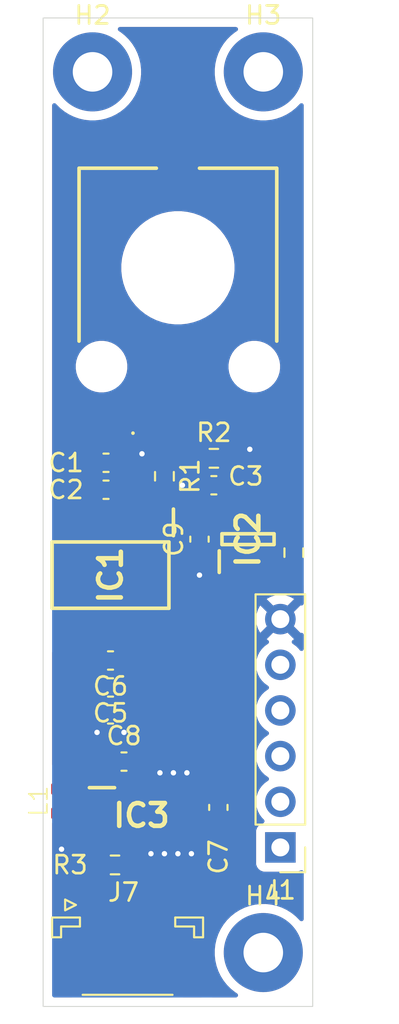
<source format=kicad_pcb>
(kicad_pcb (version 20241229) (generator "pcbnew") (generator_version "9.0")
  (layers (0 "F.Cu" signal) (2 "B.Cu" signal) (13 "F.Paste" user) (15 "B.Paste" user) (5 "F.SilkS" user "F.Silkscreen") (7 "B.SilkS" user "B.Silkscreen") (1 "F.Mask" user) (3 "B.Mask" user) (25 "Edge.Cuts" user))
  (net 0 "")
  (net 1 "GND")
  (net 2 "+3.3V")
  (net 3 "/POT_SEN")
  (net 4 "+5V")
  (net 5 "Net-(H1-WIPER_)")
  (net 8 "/TMP_MISO")
  (net 9 "/TMP_CS")
  (net 10 "/USART2_TX")
  (net 13 "/TMP_SCLK")
  (net 14 "/SWCLK")
  (net 15 "Net-(IC1-PB8-BOOT0)")
  (net 16 "/TMP_MOSI")
  (net 18 "/NRST")
  (net 19 "/SWDIO")
  (net 21 "/I2C_SCL")
  (net 22 "/I2C_SDA")
  (net 24 "Net-(IC3-VSET)")
  (net 26 "Net-(IC3-SW)")
  (footprint "Capacitor_SMD:C_0603_1608Metric" (layer "F.Cu") (at 28.7 44 90)
    (property "Reference" "C9" (at 0 -1.43 90) (layer "F.SilkS"))
    (property "Value" "100nF")
    (fp_line (start -0.14058 -0.51) (end 0.14058 -0.51) (stroke (width 0.12)) (layer "F.SilkS"))
    (fp_line (start -0.14058 0.51) (end 0.14058 0.51) (stroke (width 0.12)) (layer "F.SilkS"))
    (pad "1" smd roundrect (at -0.775 0 90) (size 0.9 0.95) (layers "F.Cu" "F.Mask" "F.Paste") (net 1 "GND"))
    (pad "2" smd roundrect (at 0.775 0 90) (size 0.9 0.95) (layers "F.Cu" "F.Mask" "F.Paste") (net 2 "+3.3V"))
  )
  (footprint "MountingHole:MountingHole_2.2mm_M2_Pad" (layer "F.Cu") (at 22.75 18)
    (property "Reference" "H2" (at 0 -3.15 0) (layer "F.SilkS"))
    (property "Value" "MountingHole")
    (pad "1" thru_hole circle (at 0 0) (size 4.4 4.4) (drill 2.2) (layers "*.Cu" "*.Mask"))
  )
  (footprint "Resistor_SMD:R_0603_1608Metric" (layer "F.Cu") (at 24 62.125)
    (property "Reference" "R3" (at -2.5 0 0) (layer "F.SilkS"))
    (property "Value" "52.3k")
    (fp_line (start -0.237258 -0.5225) (end 0.237258 -0.5225) (stroke (width 0.12)) (layer "F.SilkS"))
    (fp_line (start -0.237258 0.5225) (end 0.237258 0.5225) (stroke (width 0.12)) (layer "F.SilkS"))
    (pad "1" smd roundrect (at -0.825 0) (size 0.8 0.95) (layers "F.Cu" "F.Mask" "F.Paste") (net 24 "Net-(IC3-VSET)"))
    (pad "2" smd roundrect (at 0.825 0) (size 0.8 0.95) (layers "F.Cu" "F.Mask" "F.Paste") (net 1 "GND"))
  )
  (footprint "TMP127EDBVRQ1:SOT95P280X145-6N" (layer "F.Cu") (at 31.4 44 90)
    (property "Reference" "IC2" (at 0 0 90) (layer "F.SilkS") (effects (font (size 1.27 1.27) (thickness 0.254))))
    (property "Value" "TMP127EDBVRQ1" (hide yes))
    (fp_line (start -1.85 -1.6) (end -0.65 -1.6) (stroke (width 0.2)) (layer "F.SilkS"))
    (fp_line (start 0.3 -1.45) (end 0.3 1.45) (stroke (width 0.2)) (layer "F.SilkS"))
    (fp_line (start -0.3 -1.45) (end 0.3 -1.45) (stroke (width 0.2)) (layer "F.SilkS"))
    (fp_line (start 0.3 1.45) (end -0.3 1.45) (stroke (width 0.2)) (layer "F.SilkS"))
    (fp_line (start -0.3 1.45) (end -0.3 -1.45) (stroke (width 0.2)) (layer "F.SilkS"))
    (pad "1" smd rect (at -1.25 -0.95 180) (size 0.6 1.2) (layers "F.Cu" "F.Mask" "F.Paste") (net 9 "/TMP_CS"))
    (pad "2" smd rect (at -1.25 0 180) (size 0.6 1.2) (layers "F.Cu" "F.Mask" "F.Paste") (net 1 "GND"))
    (pad "3" smd rect (at -1.25 0.95 180) (size 0.6 1.2) (layers "F.Cu" "F.Mask" "F.Paste") (net 8 "/TMP_MISO"))
    (pad "4" smd rect (at 1.25 0.95 180) (size 0.6 1.2) (layers "F.Cu" "F.Mask" "F.Paste") (net 13 "/TMP_SCLK"))
    (pad "5" smd rect (at 1.25 0 180) (size 0.6 1.2) (layers "F.Cu" "F.Mask" "F.Paste"))
    (pad "6" smd rect (at 1.25 -0.95 180) (size 0.6 1.2) (layers "F.Cu" "F.Mask" "F.Paste") (net 2 "+3.3V"))
  )
  (footprint "JST_GH_SM:JST_GH_SM04B-GHS-TB_04x1.25mm_Angled" (layer "F.Cu") (at 24.7 66.5)
    (property "Reference" "J7" (at -0.225 -2.85 0) (layer "F.SilkS"))
    (property "Value" "SM04B-GHS-TBT" (hide yes))
    (fp_line (start -4.2 -1.45) (end -2.65 -1.45) (stroke (width 0.12)) (layer "F.SilkS"))
    (fp_line (start -4.2 -0.35) (end -4.2 -1.45) (stroke (width 0.12)) (layer "F.SilkS"))
    (fp_line (start -3.7 -0.95) (end -3.7 -0.35) (stroke (width 0.12)) (layer "F.SilkS"))
    (fp_line (start -3.7 -0.35) (end -4.2 -0.35) (stroke (width 0.12)) (layer "F.SilkS"))
    (fp_line (start -3.475 -2.45) (end -3.475 -1.85) (stroke (width 0.12)) (layer "F.SilkS"))
    (fp_line (start -3.475 -1.85) (end -2.875 -2.15) (stroke (width 0.12)) (layer "F.SilkS"))
    (fp_line (start -2.875 -2.15) (end -3.475 -2.45) (stroke (width 0.12)) (layer "F.SilkS"))
    (fp_line (start -2.65 -1.45) (end -2.65 -0.95) (stroke (width 0.12)) (layer "F.SilkS"))
    (fp_line (start -2.65 -0.95) (end -3.7 -0.95) (stroke (width 0.12)) (layer "F.SilkS"))
    (fp_line (start -2.5 2.85) (end 2.5 2.85) (stroke (width 0.12)) (layer "F.SilkS"))
    (fp_line (start 2.65 -1.45) (end 2.65 -0.95) (stroke (width 0.12)) (layer "F.SilkS"))
    (fp_line (start 2.65 -0.95) (end 3.7 -0.95) (stroke (width 0.12)) (layer "F.SilkS"))
    (fp_line (start 3.7 -0.95) (end 3.7 -0.35) (stroke (width 0.12)) (layer "F.SilkS"))
    (fp_line (start 3.7 -0.35) (end 4.2 -0.35) (stroke (width 0.12)) (layer "F.SilkS"))
    (fp_line (start 4.2 -1.45) (end 2.65 -1.45) (stroke (width 0.12)) (layer "F.SilkS"))
    (fp_line (start 4.2 -0.35) (end 4.2 -1.45) (stroke (width 0.12)) (layer "F.SilkS"))
    (pad "" smd rect (at -3.6 1.6) (size 1 2.8) (layers "F.Cu" "F.Mask" "F.Paste"))
    (pad "" smd rect (at 3.6 1.6) (size 1 2.8) (layers "F.Cu" "F.Mask" "F.Paste"))
    (pad "1" smd rect (at -1.875 -1.6) (size 0.6 1.8) (layers "F.Cu" "F.Mask" "F.Paste") (net 4 "+5V"))
    (pad "2" smd rect (at -0.625 -1.6) (size 0.6 1.8) (layers "F.Cu" "F.Mask" "F.Paste") (net 21 "/I2C_SCL"))
    (pad "3" smd rect (at 0.625 -1.6) (size 0.6 1.8) (layers "F.Cu" "F.Mask" "F.Paste") (net 22 "/I2C_SDA"))
    (pad "4" smd rect (at 1.875 -1.6) (size 0.6 1.8) (layers "F.Cu" "F.Mask" "F.Paste") (net 1 "GND"))
  )
  (footprint "VLS201610ET-2R2M:VLS201610ET-2R2M" (layer "F.Cu") (at 21.25 58.575 90)
    (property "Reference" "L1" (at 0 -1.5 90) (layer "F.SilkS") (effects (font (thickness 0.1))))
    (property "Value" "2.2uH")
    (pad "1" smd roundrect (at -0.675 0 90) (size 0.65 1.6) (layers "F.Cu" "F.Mask" "F.Paste") (roundrect_rratio 0.15) (net 26 "Net-(IC3-SW)"))
    (pad "2" smd roundrect (at 0.675 0 90) (size 0.65 1.6) (layers "F.Cu" "F.Mask" "F.Paste") (roundrect_rratio 0.15) (net 2 "+3.3V"))
  )
  (footprint "STM32F042F6P6:STM32F042F6P6" (layer "F.Cu") (at 23.75 46 -90)
    (property "Reference" "IC1" (at 0 0 90) (layer "F.SilkS") (effects (font (size 1.27 1.27) (thickness 0.254))))
    (property "Value" "STM32F042F6P6" (hide yes))
    (fp_line (start -1.845 3.25) (end -1.845 -3.25) (stroke (width 0.2)) (layer "F.SilkS"))
    (fp_line (start 1.845 3.25) (end -1.845 3.25) (stroke (width 0.2)) (layer "F.SilkS"))
    (fp_line (start -1.845 -3.25) (end 1.845 -3.25) (stroke (width 0.2)) (layer "F.SilkS"))
    (fp_line (start 1.845 -3.25) (end 1.845 3.25) (stroke (width 0.2)) (layer "F.SilkS"))
    (fp_line (start -3.675 -3.5) (end -2.195 -3.5) (stroke (width 0.2)) (layer "F.SilkS"))
    (pad "1" smd rect (at -2.935 -2.925) (size 0.45 1.48) (layers "F.Cu" "F.Mask" "F.Paste") (net 15 "Net-(IC1-PB8-BOOT0)"))
    (pad "2" smd rect (at -2.935 -2.275) (size 0.45 1.48) (layers "F.Cu" "F.Mask" "F.Paste"))
    (pad "3" smd rect (at -2.935 -1.625) (size 0.45 1.48) (layers "F.Cu" "F.Mask" "F.Paste"))
    (pad "4" smd rect (at -2.935 -0.975) (size 0.45 1.48) (layers "F.Cu" "F.Mask" "F.Paste") (net 18 "/NRST"))
    (pad "5" smd rect (at -2.935 -0.325) (size 0.45 1.48) (layers "F.Cu" "F.Mask" "F.Paste") (net 2 "+3.3V"))
    (pad "6" smd rect (at -2.935 0.325) (size 0.45 1.48) (layers "F.Cu" "F.Mask" "F.Paste"))
    (pad "7" smd rect (at -2.935 0.975) (size 0.45 1.48) (layers "F.Cu" "F.Mask" "F.Paste"))
    (pad "8" smd rect (at -2.935 1.625) (size 0.45 1.48) (layers "F.Cu" "F.Mask" "F.Paste") (net 10 "/USART2_TX"))
    (pad "9" smd rect (at -2.935 2.275) (size 0.45 1.48) (layers "F.Cu" "F.Mask" "F.Paste"))
    (pad "10" smd rect (at -2.935 2.925) (size 0.45 1.48) (layers "F.Cu" "F.Mask" "F.Paste") (net 9 "/TMP_CS"))
    (pad "11" smd rect (at 2.935 2.925) (size 0.45 1.48) (layers "F.Cu" "F.Mask" "F.Paste") (net 13 "/TMP_SCLK"))
    (pad "12" smd rect (at 2.935 2.275) (size 0.45 1.48) (layers "F.Cu" "F.Mask" "F.Paste") (net 8 "/TMP_MISO"))
    (pad "13" smd rect (at 2.935 1.625) (size 0.45 1.48) (layers "F.Cu" "F.Mask" "F.Paste") (net 16 "/TMP_MOSI"))
    (pad "14" smd rect (at 2.935 0.975) (size 0.45 1.48) (layers "F.Cu" "F.Mask" "F.Paste") (net 3 "/POT_SEN"))
    (pad "15" smd rect (at 2.935 0.325) (size 0.45 1.48) (layers "F.Cu" "F.Mask" "F.Paste") (net 1 "GND"))
    (pad "16" smd rect (at 2.935 -0.325) (size 0.45 1.48) (layers "F.Cu" "F.Mask" "F.Paste") (net 2 "+3.3V"))
    (pad "17" smd rect (at 2.935 -0.975) (size 0.45 1.48) (layers "F.Cu" "F.Mask" "F.Paste") (net 21 "/I2C_SCL"))
    (pad "18" smd rect (at 2.935 -1.625) (size 0.45 1.48) (layers "F.Cu" "F.Mask" "F.Paste") (net 22 "/I2C_SDA"))
    (pad "19" smd rect (at 2.935 -2.275) (size 0.45 1.48) (layers "F.Cu" "F.Mask" "F.Paste") (net 19 "/SWDIO"))
    (pad "20" smd rect (at 2.935 -2.925) (size 0.45 1.48) (layers "F.Cu" "F.Mask" "F.Paste") (net 14 "/SWCLK"))
  )
  (footprint "Capacitor_SMD:C_0603_1608Metric" (layer "F.Cu") (at 23.75 53.75 180)
    (property "Reference" "C4" (hide yes))
    (property "Value" "100nF")
    (fp_line (start -0.14058 0.51) (end 0.14058 0.51) (stroke (width 0.12)) (layer "F.SilkS"))
    (fp_line (start -0.14058 -0.51) (end 0.14058 -0.51) (stroke (width 0.12)) (layer "F.SilkS"))
    (pad "1" smd roundrect (at -0.775 0 180) (size 0.9 0.95) (layers "F.Cu" "F.Mask" "F.Paste") (net 2 "+3.3V"))
    (pad "2" smd roundrect (at 0.775 0 180) (size 0.9 0.95) (layers "F.Cu" "F.Mask" "F.Paste") (net 1 "GND"))
  )
  (footprint "Capacitor_SMD:C_0603_1608Metric" (layer "F.Cu") (at 23.75 52.25 180)
    (property "Reference" "C5" (at 0 -1.43 0) (layer "F.SilkS"))
    (property "Value" "100nF")
    (fp_line (start -0.14058 0.51) (end 0.14058 0.51) (stroke (width 0.12)) (layer "F.SilkS"))
    (fp_line (start -0.14058 -0.51) (end 0.14058 -0.51) (stroke (width 0.12)) (layer "F.SilkS"))
    (pad "1" smd roundrect (at -0.775 0 180) (size 0.9 0.95) (layers "F.Cu" "F.Mask" "F.Paste") (net 2 "+3.3V"))
    (pad "2" smd roundrect (at 0.775 0 180) (size 0.9 0.95) (layers "F.Cu" "F.Mask" "F.Paste") (net 1 "GND"))
  )
  (footprint "Capacitor_SMD:C_0603_1608Metric" (layer "F.Cu") (at 23.75 50.75 180)
    (property "Reference" "C6" (at 0 -1.43 0) (layer "F.SilkS"))
    (property "Value" "4.7uF")
    (fp_line (start -0.14058 0.51) (end 0.14058 0.51) (stroke (width 0.12)) (layer "F.SilkS"))
    (fp_line (start -0.14058 -0.51) (end 0.14058 -0.51) (stroke (width 0.12)) (layer "F.SilkS"))
    (pad "1" smd roundrect (at -0.775 0 180) (size 0.9 0.95) (layers "F.Cu" "F.Mask" "F.Paste") (net 2 "+3.3V"))
    (pad "2" smd roundrect (at 0.775 0 180) (size 0.9 0.95) (layers "F.Cu" "F.Mask" "F.Paste") (net 1 "GND"))
  )
  (footprint "Resistor_SMD:R_0603_1608Metric" (layer "F.Cu") (at 29.5 39.5)
    (property "Reference" "R2" (at 0 -1.43 0) (layer "F.SilkS"))
    (property "Value" "10k")
    (fp_line (start -0.237258 -0.5225) (end 0.237258 -0.5225) (stroke (width 0.12)) (layer "F.SilkS"))
    (fp_line (start -0.237258 0.5225) (end 0.237258 0.5225) (stroke (width 0.12)) (layer "F.SilkS"))
    (pad "1" smd roundrect (at -0.825 0) (size 0.8 0.95) (layers "F.Cu" "F.Mask" "F.Paste") (net 5 "Net-(H1-WIPER_)"))
    (pad "2" smd roundrect (at 0.825 0) (size 0.8 0.95) (layers "F.Cu" "F.Mask" "F.Paste") (net 3 "/POT_SEN"))
  )
  (footprint "Capacitor_SMD:C_0603_1608Metric" (layer "F.Cu") (at 29.5 41 180)
    (property "Reference" "C3" (at -1.775 0.5 0) (layer "F.SilkS"))
    (property "Value" "10nF")
    (fp_line (start -0.14058 0.51) (end 0.14058 0.51) (stroke (width 0.12)) (layer "F.SilkS"))
    (fp_line (start -0.14058 -0.51) (end 0.14058 -0.51) (stroke (width 0.12)) (layer "F.SilkS"))
    (pad "1" smd roundrect (at -0.775 0 180) (size 0.9 0.95) (layers "F.Cu" "F.Mask" "F.Paste") (net 3 "/POT_SEN"))
    (pad "2" smd roundrect (at 0.775 0 180) (size 0.9 0.95) (layers "F.Cu" "F.Mask" "F.Paste") (net 1 "GND"))
  )
  (footprint "Capacitor_SMD:C_0603_1608Metric" (layer "F.Cu") (at 24.5 56.375)
    (property "Reference" "C8" (at 0 -1.43 0) (layer "F.SilkS"))
    (property "Value" "10uF")
    (fp_line (start -0.14058 -0.51) (end 0.14058 -0.51) (stroke (width 0.12)) (layer "F.SilkS"))
    (fp_line (start -0.14058 0.51) (end 0.14058 0.51) (stroke (width 0.12)) (layer "F.SilkS"))
    (pad "1" smd roundrect (at -0.775 0) (size 0.9 0.95) (layers "F.Cu" "F.Mask" "F.Paste") (net 2 "+3.3V"))
    (pad "2" smd roundrect (at 0.775 0) (size 0.9 0.95) (layers "F.Cu" "F.Mask" "F.Paste") (net 1 "GND"))
  )
  (footprint "Connector_PinHeader_2.54mm:PinHeader_1x06_P2.54mm_Vertical" (layer "F.Cu") (at 33.2 61.15 180)
    (property "Reference" "J1" (at 0 -2.38 0) (layer "F.SilkS"))
    (property "Value" "SM06B-GHS-TBT")
    (fp_line (start 1.38 1.27) (end 1.38 14.08) (stroke (width 0.12)) (layer "F.SilkS"))
    (fp_line (start -1.38 14.08) (end 1.38 14.08) (stroke (width 0.12)) (layer "F.SilkS"))
    (fp_line (start -1.38 1.27) (end 1.38 1.27) (stroke (width 0.12)) (layer "F.SilkS"))
    (fp_line (start -1.38 1.27) (end -1.38 14.08) (stroke (width 0.12)) (layer "F.SilkS"))
    (fp_line (start -1.38 0) (end -1.38 -1.38) (stroke (width 0.12)) (layer "F.SilkS"))
    (fp_line (start -1.38 -1.38) (end 0 -1.38) (stroke (width 0.12)) (layer "F.SilkS"))
    (pad "1" thru_hole rect (at 0 0 180) (size 1.7 1.7) (drill 1) (layers "*.Cu" "*.Mask") (net 2 "+3.3V"))
    (pad "2" thru_hole circle (at 0 2.54 180) (size 1.7 1.7) (drill 1) (layers "*.Cu" "*.Mask") (net 19 "/SWDIO"))
    (pad "3" thru_hole circle (at 0 5.08 180) (size 1.7 1.7) (drill 1) (layers "*.Cu" "*.Mask") (net 14 "/SWCLK"))
    (pad "4" thru_hole circle (at 0 7.62 180) (size 1.7 1.7) (drill 1) (layers "*.Cu" "*.Mask") (net 18 "/NRST"))
    (pad "5" thru_hole circle (at 0 10.16 180) (size 1.7 1.7) (drill 1) (layers "*.Cu" "*.Mask") (net 10 "/USART2_TX"))
    (pad "6" thru_hole circle (at 0 12.7 180) (size 1.7 1.7) (drill 1) (layers "*.Cu" "*.Mask") (net 1 "GND"))
  )
  (footprint "Resistor_SMD:R_0603_1608Metric" (layer "F.Cu") (at 26.75 40.5 -90)
    (property "Reference" "R1" (at 0 -1.43 90) (layer "F.SilkS"))
    (property "Value" "10k")
    (fp_line (start -0.237258 0.5225) (end 0.237258 0.5225) (stroke (width 0.12)) (layer "F.SilkS"))
    (fp_line (start -0.237258 -0.5225) (end 0.237258 -0.5225) (stroke (width 0.12)) (layer "F.SilkS"))
    (pad "1" smd roundrect (at -0.825 0 270) (size 0.8 0.95) (layers "F.Cu" "F.Mask" "F.Paste") (net 1 "GND"))
    (pad "2" smd roundrect (at 0.825 0 270) (size 0.8 0.95) (layers "F.Cu" "F.Mask" "F.Paste") (net 15 "Net-(IC1-PB8-BOOT0)"))
  )
  (footprint "MountingHole:MountingHole_2.2mm_M2_Pad" (layer "F.Cu") (at 32.25 18)
    (property "Reference" "H3" (at 0 -3.15 0) (layer "F.SilkS"))
    (property "Value" "MountingHole")
    (pad "1" thru_hole circle (at 0 0) (size 4.4 4.4) (drill 2.2) (layers "*.Cu" "*.Mask"))
  )
  (footprint "TPS62842DGRR:TPS62842DGRR" (layer "F.Cu") (at 25.475 59.375)
    (property "Reference" "IC3" (at 0 0 0) (layer "F.SilkS") (effects (font (size 1.27 1.27) (thickness 0.254))))
    (property "Value" "TPS62842DGRR" (hide yes))
    (fp_line (start -2.9 -1.55) (end -1.5 -1.55) (stroke (width 0.2)) (layer "F.SilkS"))
    (pad "1" smd rect (at -2.2 -0.975 90) (size 0.45 1.4) (layers "F.Cu" "F.Mask" "F.Paste") (net 2 "+3.3V"))
    (pad "2" smd rect (at -2.2 -0.325 90) (size 0.45 1.4) (layers "F.Cu" "F.Mask" "F.Paste") (net 26 "Net-(IC3-SW)"))
    (pad "3" smd rect (at -2.2 0.325 90) (size 0.45 1.4) (layers "F.Cu" "F.Mask" "F.Paste") (net 1 "GND"))
    (pad "4" smd rect (at -2.2 0.975 90) (size 0.45 1.4) (layers "F.Cu" "F.Mask" "F.Paste") (net 24 "Net-(IC3-VSET)"))
    (pad "5" smd rect (at 2.2 0.975 90) (size 0.45 1.4) (layers "F.Cu" "F.Mask" "F.Paste") (net 4 "+5V"))
    (pad "6" smd rect (at 2.2 0.325 90) (size 0.45 1.4) (layers "F.Cu" "F.Mask" "F.Paste") (net 4 "+5V") (clearance 0.2))
    (pad "7" smd rect (at 2.2 -0.325 90) (size 0.45 1.4) (layers "F.Cu" "F.Mask" "F.Paste"))
    (pad "8" smd rect (at 2.2 -0.975 90) (size 0.45 1.4) (layers "F.Cu" "F.Mask" "F.Paste") (net 1 "GND"))
    (pad "9" smd rect (at 0 0) (size 1.45 1.75) (layers "F.Cu" "F.Mask" "F.Paste") (net 1 "GND"))
  )
  (footprint "Resistor_SMD:R_0603_1608Metric" (layer "F.Cu") (at 33.95 44.75 90)
    (property "Reference" "R4" (hide yes))
    (property "Value" "10k")
    (fp_line (start -0.237258 -0.5225) (end 0.237258 -0.5225) (stroke (width 0.12)) (layer "F.SilkS"))
    (fp_line (start -0.237258 0.5225) (end 0.237258 0.5225) (stroke (width 0.12)) (layer "F.SilkS"))
    (pad "1" smd roundrect (at -0.825 0 90) (size 0.8 0.95) (layers "F.Cu" "F.Mask" "F.Paste") (net 16 "/TMP_MOSI"))
    (pad "2" smd roundrect (at 0.825 0 90) (size 0.8 0.95) (layers "F.Cu" "F.Mask" "F.Paste") (net 8 "/TMP_MISO"))
  )
  (footprint "Capacitor_SMD:C_0603_1608Metric" (layer "F.Cu") (at 23.5 39.75 180)
    (property "Reference" "C1" (at 2.225 0 0) (layer "F.SilkS"))
    (property "Value" "10nF")
    (fp_line (start -0.14058 0.51) (end 0.14058 0.51) (stroke (width 0.12)) (layer "F.SilkS"))
    (fp_line (start -0.14058 -0.51) (end 0.14058 -0.51) (stroke (width 0.12)) (layer "F.SilkS"))
    (pad "1" smd roundrect (at -0.775 0 180) (size 0.9 0.95) (layers "F.Cu" "F.Mask" "F.Paste") (net 2 "+3.3V"))
    (pad "2" smd roundrect (at 0.775 0 180) (size 0.9 0.95) (layers "F.Cu" "F.Mask" "F.Paste") (net 1 "GND"))
  )
  (footprint "MountingHole:MountingHole_2.2mm_M2_Pad" (layer "F.Cu") (at 32.25 67)
    (property "Reference" "H4" (at 0 -3.15 0) (layer "F.SilkS"))
    (property "Value" "MountingHole")
    (pad "1" thru_hole circle (at 0 0) (size 4.4 4.4) (drill 2.2) (layers "*.Cu" "*.Mask"))
  )
  (footprint "3382G1103G:3382G1103G" (layer "F.Cu") (at 27.5 29.38)
    (property "Reference" "H1" (at 0 0.27 0) (layer "F.SilkS") (effects (font (size 1.27 1.27) (thickness 0.254))))
    (property "Value" "3382G-1-103G" (hide yes))
    (fp_line (start -5.5 -6.02) (end -5.5 3.6) (stroke (width 0.2)) (layer "F.SilkS"))
    (fp_line (start -2.5 8.67) (end -2.5 8.67) (stroke (width 0.1)) (layer "F.SilkS"))
    (fp_line (start -2.5 8.77) (end -2.5 8.77) (stroke (width 0.1)) (layer "F.SilkS"))
    (fp_line (start -1.2 -6.02) (end -5.5 -6.02) (stroke (width 0.2)) (layer "F.SilkS"))
    (fp_line (start 5.5 -6.02) (end 1.2 -6.02) (stroke (width 0.2)) (layer "F.SilkS"))
    (fp_line (start 5.5 3.6) (end 5.5 -6.02) (stroke (width 0.2)) (layer "F.SilkS"))
    (fp_arc (start -2.5 8.67) (mid -2.45 8.72) (end -2.5 8.77) (stroke (width 0.1)) (layer "F.SilkS"))
    (fp_arc (start -2.5 8.77) (mid -2.55 8.72) (end -2.5 8.67) (stroke (width 0.1)) (layer "F.SilkS"))
    (pad "" np_thru_hole circle (at -4.25 5.02) (size 2.37 2.37) (drill 2.37) (layers "*.Cu" "*.Mask"))
    (pad "" np_thru_hole circle (at 0 -0.48) (size 5.8 5.8) (drill 5.8) (layers "*.Cu" "*.Mask"))
    (pad "" np_thru_hole circle (at 4.25 5.02) (size 2.37 2.37) (drill 2.37) (layers "*.Cu" "*.Mask"))
    (pad "1" smd rect (at -2.5 7.22) (size 1.8 2) (layers "F.Cu" "F.Mask" "F.Paste") (net 2 "+3.3V"))
    (pad "2" smd rect (at 0 7.22) (size 1.8 2) (layers "F.Cu" "F.Mask" "F.Paste") (net 5 "Net-(H1-WIPER_)"))
    (pad "3" smd rect (at 2.5 7.22) (size 1.8 2) (layers "F.Cu" "F.Mask" "F.Paste") (net 1 "GND"))
    (pad "A2" smd rect (at 0 -6.68) (size 1.8 2) (layers "F.Cu" "F.Mask" "F.Paste"))
  )
  (footprint "Capacitor_SMD:C_0603_1608Metric" (layer "F.Cu") (at 23.5 41.25 180)
    (property "Reference" "C2" (at 2.225 0 0) (layer "F.SilkS"))
    (property "Value" "1uF")
    (fp_line (start -0.14058 0.51) (end 0.14058 0.51) (stroke (width 0.12)) (layer "F.SilkS"))
    (fp_line (start -0.14058 -0.51) (end 0.14058 -0.51) (stroke (width 0.12)) (layer "F.SilkS"))
    (pad "1" smd roundrect (at -0.775 0 180) (size 0.9 0.95) (layers "F.Cu" "F.Mask" "F.Paste") (net 2 "+3.3V"))
    (pad "2" smd roundrect (at 0.775 0 180) (size 0.9 0.95) (layers "F.Cu" "F.Mask" "F.Paste") (net 1 "GND"))
  )
  (footprint "Capacitor_SMD:C_0603_1608Metric" (layer "F.Cu") (at 29.75 58.925 90)
    (property "Reference" "C7" (at -2.75 0 90) (layer "F.SilkS"))
    (property "Value" "4.7uF")
    (fp_line (start -0.14058 -0.51) (end 0.14058 -0.51) (stroke (width 0.12)) (layer "F.SilkS"))
    (fp_line (start -0.14058 0.51) (end 0.14058 0.51) (stroke (width 0.12)) (layer "F.SilkS"))
    (pad "1" smd roundrect (at -0.775 0 90) (size 0.9 0.95) (layers "F.Cu" "F.Mask" "F.Paste") (net 4 "+5V"))
    (pad "2" smd roundrect (at 0.775 0 90) (size 0.9 0.95) (layers "F.Cu" "F.Mask" "F.Paste") (net 1 "GND"))
  )
  (gr_rect (start 20 15) (end 35 70) (stroke (width 0.05)) (fill no) (layer "Edge.Cuts"))
  (segment (start 22.975 52.25) (end 22.975 53.75) (width 0.2) (layer "F.Cu") (net 1))
  (segment (start 23.275 59.7) (end 22.398 59.7) (width 0.2) (layer "F.Cu") (net 1))
  (segment (start 31.051 44.349) (end 29.126 44.349) (width 0.2) (layer "F.Cu") (net 1))
  (segment (start 22.398 59.7) (end 21.025 61.073) (width 0.2) (layer "F.Cu") (net 1))
  (segment (start 23.425 50.3) (end 23.425 48.935) (width 0.2) (layer "F.Cu") (net 1))
  (segment (start 25.375 62.125) (end 26 61.5) (width 0.2) (layer "F.Cu") (net 1))
  (segment (start 27.925 58.15) (end 27.675 58.4) (width 0.4) (layer "F.Cu") (net 1))
  (segment (start 28.7 44.775) (end 28.7 46) (width 0.2) (layer "F.Cu") (net 1))
  (segment (start 29.75 58.15) (end 27.925 58.15) (width 0.4) (layer "F.Cu") (net 1))
  (segment (start 25.275 56.375) (end 25.875 56.375) (width 0.2) (layer "F.Cu") (net 1))
  (segment (start 30 37.5) (end 31.5 39) (width 0.2) (layer "F.Cu") (net 1))
  (segment (start 25.875 56.375) (end 26.5 57) (width 0.2) (layer "F.Cu") (net 1))
  (segment (start 31.4 45.25) (end 31.4 44.698) (width 0.2) (layer "F.Cu") (net 1))
  (segment (start 24.825 56.825) (end 25.275 56.375) (width 0.2) (layer "F.Cu") (net 1))
  (segment (start 21.025 61.073) (end 21.025 61.25) (width 0.2) (layer "F.Cu") (net 1))
  (segment (start 29.126 44.349) (end 28.7 44.775) (width 0.2) (layer "F.Cu") (net 1))
  (segment (start 24.825 62.125) (end 25.375 62.125) (width 0.2) (layer "F.Cu") (net 1))
  (segment (start 31.4 44.698) (end 31.051 44.349) (width 0.2) (layer "F.Cu") (net 1))
  (segment (start 30 36.6) (end 30 37.5) (width 0.2) (layer "F.Cu") (net 1))
  (segment (start 23 53.775) (end 22.975 53.75) (width 0.2) (layer "F.Cu") (net 1))
  (segment (start 23 54.75) (end 23 53.775) (width 0.2) (layer "F.Cu") (net 1))
  (segment (start 25.475 60.225) (end 26.75 61.5) (width 0.2) (layer "F.Cu") (net 1))
  (segment (start 27.675 57.325) (end 28 57) (width 0.2) (layer "F.Cu") (net 1))
  (segment (start 22.975 50.75) (end 22.975 52.25) (width 0.2) (layer "F.Cu") (net 1))
  (segment (start 24.825 62.125) (end 24.825 56.825) (width 0.2) (layer "F.Cu") (net 1))
  (segment (start 22.975 50.75) (end 23.425 50.3) (width 0.2) (layer "F.Cu") (net 1))
  (segment (start 27.675 58.4) (end 27.675 57.325) (width 0.2) (layer "F.Cu") (net 1))
  (segment (start 25.475 59.375) (end 25.475 60.225) (width 0.2) (layer "F.Cu") (net 1))
  (segment (start 28.725 41) (end 27.75 41) (width 0.2) (layer "F.Cu") (net 1))
  (via (at 27.25 57) (size 0.4) (drill 0.3) (layers "F.Cu" "B.Cu") (net 1))
  (via (at 27.5 61.5) (size 0.4) (drill 0.3) (layers "F.Cu" "B.Cu") (net 1))
  (via (at 26.5 57) (size 0.4) (drill 0.3) (layers "F.Cu" "B.Cu") (net 1))
  (via (at 28.25 61.5) (size 0.4) (drill 0.3) (layers "F.Cu" "B.Cu") (net 1))
  (via (at 21.025 61.25) (size 0.4) (drill 0.3) (layers "F.Cu" "B.Cu") (net 1))
  (via (at 28 57) (size 0.4) (drill 0.3) (layers "F.Cu" "B.Cu") (net 1))
  (via (at 26 61.5) (size 0.4) (drill 0.3) (layers "F.Cu" "B.Cu") (net 1))
  (via (at 27.75 41) (size 0.4) (drill 0.3) (layers "F.Cu" "B.Cu") (net 1))
  (via (at 26.75 61.5) (size 0.4) (drill 0.3) (layers "F.Cu" "B.Cu") (net 1))
  (via (at 23 54.75) (size 0.4) (drill 0.3) (layers "F.Cu" "B.Cu") (net 1))
  (via (at 28.7 46) (size 0.4) (drill 0.3) (layers "F.Cu" "B.Cu") (net 1))
  (via (at 31.5 39) (size 0.4) (drill 0.3) (layers "F.Cu" "B.Cu") (net 1))
  (segment (start 25 36.6) (end 25 38.75) (width 0.2) (layer "F.Cu") (net 2))
  (segment (start 25 38.75) (end 25.5 39.25) (width 0.2) (layer "F.Cu") (net 2))
  (segment (start 24.075 50.3) (end 24.525 50.75) (width 0.2) (layer "F.Cu") (net 2))
  (segment (start 30.45 42.75) (end 29.175 42.75) (width 0.2) (layer "F.Cu") (net 2))
  (segment (start 24.525 50.75) (end 24.525 52.25) (width 0.2) (layer "F.Cu") (net 2))
  (segment (start 23.275 58.4) (end 21.75 58.4) (width 0.2) (layer "F.Cu") (net 2))
  (segment (start 24.5 53.775) (end 24.525 53.75) (width 0.2) (layer "F.Cu") (net 2))
  (segment (start 29.175 42.75) (end 28.7 43.225) (width 0.2) (layer "F.Cu") (net 2))
  (segment (start 24.075 48.935) (end 24.075 50.3) (width 0.2) (layer "F.Cu") (net 2))
  (segment (start 24.525 53.75) (end 24.525 52.25) (width 0.2) (layer "F.Cu") (net 2))
  (segment (start 24.5 54.75) (end 24.5 53.775) (width 0.2) (layer "F.Cu") (net 2))
  (segment (start 24.075 41.45) (end 24.275 41.25) (width 0.2) (layer "F.Cu") (net 2))
  (segment (start 21.75 58.4) (end 21.25 57.9) (width 0.2) (layer "F.Cu") (net 2))
  (segment (start 24.075 43.065) (end 24.075 41.45) (width 0.2) (layer "F.Cu") (net 2))
  (segment (start 23.725 56.375) (end 23.725 57.95) (width 0.2) (layer "F.Cu") (net 2))
  (segment (start 24.275 39.75) (end 24.275 41.25) (width 0.2) (layer "F.Cu") (net 2))
  (segment (start 23.725 57.95) (end 23.275 58.4) (width 0.2) (layer "F.Cu") (net 2))
  (via (at 24.5 54.75) (size 0.4) (drill 0.3) (layers "F.Cu" "B.Cu") (net 2))
  (via (at 25.5 39.25) (size 0.4) (drill 0.3) (layers "F.Cu" "B.Cu") (net 2))
  (segment (start 30.325 40.95) (end 30.275 41) (width 0.2) (layer "F.Cu") (net 3))
  (segment (start 30.325 39.5) (end 30.325 40.95) (width 0.2) (layer "F.Cu") (net 3))
  (segment (start 29.75 59.7) (end 29.574 59.876) (width 0.4) (layer "F.Cu") (net 4))
  (segment (start 29.574 59.876) (end 27.675 59.876) (width 0.4) (layer "F.Cu") (net 4))
  (segment (start 29.75 59.7) (end 29.1 60.35) (width 0.4) (layer "F.Cu") (net 4))
  (segment (start 29.1 60.35) (end 27.675 60.35) (width 0.4) (layer "F.Cu") (net 4))
  (segment (start 27.5 38.325) (end 28.675 39.5) (width 0.2) (layer "F.Cu") (net 5))
  (segment (start 27.5 36.6) (end 27.5 38.325) (width 0.2) (layer "F.Cu") (net 5))
  (segment (start 32.35 45.25) (end 32.914064 45.25) (width 0.2) (layer "F.Cu") (net 8))
  (segment (start 33.95 44.214064) (end 33.95 43.925) (width 0.2) (layer "F.Cu") (net 8))
  (segment (start 32.914064 45.25) (end 33.95 44.214064) (width 0.2) (layer "F.Cu") (net 8))
  (segment (start 23.275 60.35) (end 23.275 62.025) (width 0.2) (layer "F.Cu") (net 24))
  (segment (start 23.275 59.05) (end 21.45 59.05) (width 0.2) (layer "F.Cu") (net 26))
  (segment (start 21.45 59.05) (end 21.25 59.25) (width 0.2) (layer "F.Cu") (net 26))
  (zone (net 0) (net_name "") (layer "F.Cu") (connect_pads (clearance 0)) (min_thickness 0.25)
    (keepout (tracks allowed) (vias allowed) (pads allowed) (copperpour not_allowed) (footprints allowed))
    (fill (thermal_gap 0.5) (thermal_bridge_width 0.5))
    (polygon (pts (xy 22.025 50.95) (xy 22.025 55.95) (xy 25.025 55.95) (xy 25.025 50.95)))
  )
  (zone (net 1) (net_name "GND") (layers "F.Cu" "B.Cu") (connect_pads (clearance 0.5)) (min_thickness 0.25) (fill yes (thermal_gap 0.5) (thermal_bridge_width 0.5))
    (polygon (pts (xy 20.5 69.5) (xy 34.5 69.5) (xy 34.5 15.5) (xy 20.5 15.5)))
  )
)
</source>
